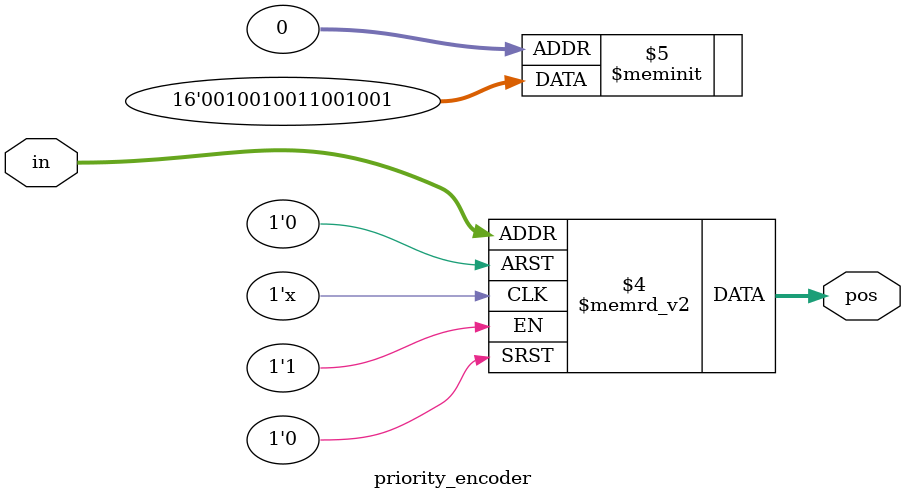
<source format=v>
module priority_encoder( 
input [2:0] in,
output reg [1:0] pos ); 
// When sel=1, assign b to out
always @ ( in )
begin 
case ( in ) 
3'd0: pos=2'd1; 
3'd1: pos=2'd2; 
3'd2: pos=2'd4; 
3'd3: pos=2'd3; 
3'd4: pos=2'd0; 
3'd5: pos=2'd1; 
3'd6: pos=2'd2; 
3'd7: pos=2'd4; 
3'd8: pos=2'd3; 
3'd9: pos=2'd1; 
default: pos=2'd0; 
endcase 
end 
endmodule

</source>
